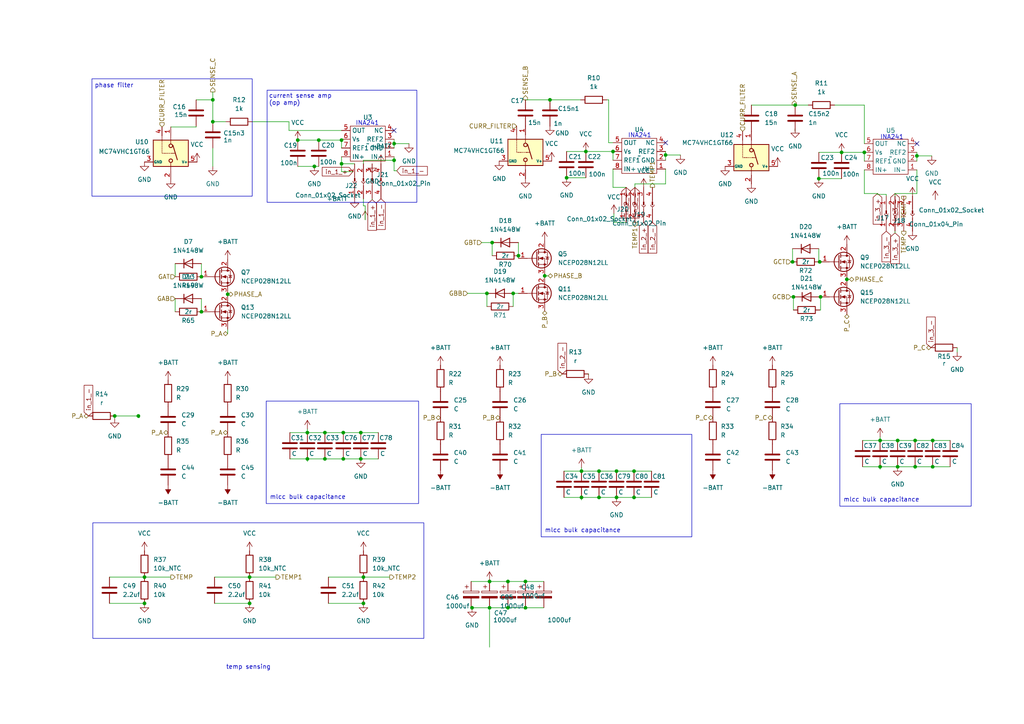
<source format=kicad_sch>
(kicad_sch (version 20231120) (generator "eeschema") (generator_version "8.0")
  (paper "A4")
  (title_block (title "BaguettESC100-100") (date "2024-11-09") (rev "Prot-1"))
  (lib_symbols
    (symbol "Analog_Switch:TS5A3166DCKR" (pin_names (offset 0.127))
      (property "Reference" "U" (at -3.81 6.35 0))
      (property "Value" "TS5A3166DCKR" (at 3.81 -6.35 0))
      (symbol "TS5A3166DCKR_1_1"
        (pin passive line (at -7.62 0 0) (length 2.54) (name "~") (number "1"))
        (pin passive line (at 7.62 0 180) (length 2.54) (name "~") (number "2"))
        (pin power_in line (at 2.54 -7.62 90) (length 2.54) (name "GND") (number "3"))
        (pin input line (at -7.62 -2.54 0) (length 2.54) (name "~") (number "4"))
        (pin power_in line (at 2.54 7.62 270) (length 2.54) (name "V+") (number "5"))
      )
    )
    (symbol "Connector:Conn_01x04_Pin" (pin_names (offset 1.016) hide)
      (property "Reference" "J" (at 0 5.08 0))
      (property "Value" "Conn_01x04_Pin" (at 0 -7.62 0))
      (symbol "Conn_01x04_Pin_1_1"
        (pin passive line (at 5.08 2.54 180) (length 3.81) (name "Pin_1") (number "1"))
        (pin passive line (at 5.08 0 180) (length 3.81) (name "Pin_2") (number "2"))
        (pin passive line (at 5.08 -2.54 180) (length 3.81) (name "Pin_3") (number "3"))
        (pin passive line (at 5.08 -5.08 180) (length 3.81) (name "Pin_4") (number "4"))
      )
    )
    (symbol "Connector:Conn_01x04_Socket" (pin_names (offset 1.016) hide)
      (property "Reference" "J" (at 0 5.08 0))
      (property "Value" "Conn_01x04_Socket" (at 0 -7.62 0))
      (symbol "Conn_01x04_Socket_1_1"
        (pin passive line (at -5.08 2.54 0) (length 3.81) (name "Pin_1") (number "1"))
        (pin passive line (at -5.08 0 0) (length 3.81) (name "Pin_2") (number "2"))
        (pin passive line (at -5.08 -2.54 0) (length 3.81) (name "Pin_3") (number "3"))
        (pin passive line (at -5.08 -5.08 0) (length 3.81) (name "Pin_4") (number "4"))
      )
    )
    (symbol "Device:C" (pin_numbers hide) (pin_names (offset 0.254))
      (property "Reference" "C" (at 0.635 2.54 0))
      (property "Value" "C" (at 0.635 -2.54 0))
      (symbol "C_1_1"
        (pin passive line (at 0 3.81 270) (length 2.794) (name "~") (number "1"))
        (pin passive line (at 0 -3.81 90) (length 2.794) (name "~") (number "2"))
      )
    )
    (symbol "Device:C_Polarized" (pin_numbers hide) (pin_names (offset 0.254))
      (property "Reference" "C" (at 0.635 2.54 0))
      (property "Value" "C_Polarized" (at 0.635 -2.54 0))
      (symbol "C_Polarized_1_1"
        (pin passive line (at 0 3.81 270) (length 2.794) (name "~") (number "1"))
        (pin passive line (at 0 -3.81 90) (length 2.794) (name "~") (number "2"))
      )
    )
    (symbol "Device:R" (pin_numbers hide) (pin_names (offset 0))
      (property "Reference" "R" (at 2.032 0 90))
      (property "Value" "R" (at 0 0 90))
      (symbol "R_1_1"
        (pin passive line (at 0 3.81 270) (length 1.27) (name "~") (number "1"))
        (pin passive line (at 0 -3.81 90) (length 1.27) (name "~") (number "2"))
      )
    )
    (symbol "Diode:1N4148W" (pin_numbers hide) (pin_names hide)
      (property "Reference" "D" (at 0 2.54 0))
      (property "Value" "1N4148W" (at 0 -2.54 0))
      (symbol "1N4148W_1_1"
        (pin passive line (at -3.81 0 0) (length 2.54) (name "K") (number "1"))
        (pin passive line (at 3.81 0 180) (length 2.54) (name "A") (number "2"))
      )
    )
    (symbol "INA241_1"
      (property "Reference" "U" (at 0 -6.35 0))
      (symbol "INA241_1_1_1"
        (pin input line (at -7.62 3.81 0) (length 2.54) (name "IN-") (number "1"))
        (pin input line (at -7.62 1.27 0) (length 2.54) (name "GND") (number "2"))
        (pin input line (at -7.62 -1.27 0) (length 2.54) (name "REF2") (number "3"))
        (pin input line (at -7.62 -3.81 0) (length 2.54) (name "NC") (number "4"))
        (pin input line (at 7.62 -3.81 180) (length 2.54) (name "OUT") (number "5"))
        (pin input line (at 7.62 -1.27 180) (length 2.54) (name "Vs") (number "6"))
        (pin input line (at 7.62 1.27 180) (length 2.54) (name "REF1") (number "7"))
        (pin input line (at 7.62 3.81 180) (length 2.54) (name "IN+") (number "8"))
      )
    )
    (symbol "Transistor_FET:IRF540N" (pin_names hide)
      (property "Reference" "Q" (at 6.35 1.905 0))
      (property "Value" "IRF540N" (at 6.35 0 0))
      (symbol "IRF540N_1_1"
        (pin input line (at -5.08 0 0) (length 2.54) (name "G") (number "1"))
        (pin passive line (at 2.54 5.08 270) (length 2.54) (name "D") (number "2"))
        (pin passive line (at 2.54 -5.08 90) (length 2.54) (name "S") (number "3"))
      )
    )
    (symbol "power:+BATT" (power) (pin_names (offset 0))
      (property "Value" "+BATT" (at 0 3.556 0))
      (symbol "+BATT_1_1"
        (pin power_in line (at 0 0 90) (length 0) hide (name "+BATT") (number "1"))
      )
    )
    (symbol "power:-BATT" (power) (pin_names (offset 0))
      (property "Value" "-BATT" (at 0 3.556 0))
      (symbol "-BATT_1_1"
        (pin power_in line (at 0 0 90) (length 0) hide (name "-BATT") (number "1"))
      )
    )
    (symbol "power:GND" (power) (pin_names (offset 0))
      (property "Value" "GND" (at 0 -3.81 0))
      (symbol "GND_1_1"
        (pin power_in line (at 0 0 270) (length 0) hide (name "GND") (number "1"))
      )
    )
    (symbol "power:VCC" (power) (pin_names (offset 0))
      (property "Value" "VCC" (at 0 3.81 0))
      (symbol "VCC_1_1"
        (pin power_in line (at 0 0 90) (length 0) hide (name "VCC") (number "1"))
      )
    )
  )
  (junction (at 86.36 40.64))
  (junction (at 168.656 144.272))
  (junction (at 58.42 90.424))
  (junction (at 92.456 40.64))
  (junction (at 265.938 45.212))
  (junction (at 265.43 135.382))
  (junction (at 178.816 136.652))
  (junction (at 178.816 144.272))
  (junction (at 270.51 127.762))
  (junction (at 147.32 176.276))
  (junction (at 237.49 51.816))
  (junction (at 270.51 135.382))
  (junction (at 61.722 28.956))
  (junction (at 260.35 127.762))
  (junction (at 41.91 175.006))
  (junction (at 244.094 44.196))
  (junction (at 66.04 85.344))
  (junction (at 152.4 168.656))
  (junction (at 33.274 120.65))
  (junction (at 230.632 30.48))
  (junction (at 193.04 44.958))
  (junction (at 99.06 47.498))
  (junction (at 89.154 125.476))
  (junction (at 164.338 51.562))
  (junction (at 245.618 81.026))
  (junction (at 148.844 85.09))
  (junction (at 114.3 46.482))
  (junction (at 114.3 41.656))
  (junction (at 260.35 135.382))
  (junction (at 173.736 144.272))
  (junction (at 141.986 168.656))
  (junction (at 104.648 133.096))
  (junction (at 237.998 86.106))
  (junction (at 265.43 127.762))
  (junction (at 183.896 136.652))
  (junction (at 229.87 75.946))
  (junction (at 136.906 176.276))
  (junction (at 72.39 167.386))
  (junction (at 183.896 144.272))
  (junction (at 40.132 120.65))
  (junction (at 105.41 175.006))
  (junction (at 94.234 125.476))
  (junction (at 237.744 75.946))
  (junction (at 105.41 167.386))
  (junction (at 173.736 136.652))
  (junction (at 41.91 167.386))
  (junction (at 177.8 43.942))
  (junction (at 250.698 44.196))
  (junction (at 141.224 85.09))
  (junction (at 230.124 86.106))
  (junction (at 142.748 70.358))
  (junction (at 72.39 175.006))
  (junction (at 99.568 133.096))
  (junction (at 99.568 125.476))
  (junction (at 152.4 176.276))
  (junction (at 159.512 28.956))
  (junction (at 157.988 80.01))
  (junction (at 255.27 127.762))
  (junction (at 94.234 133.096))
  (junction (at 169.926 43.942))
  (junction (at 168.656 136.652))
  (junction (at 58.42 80.264))
  (junction (at 89.154 133.096))
  (junction (at 141.986 176.276))
  (junction (at 61.722 35.306))
  (junction (at 147.32 168.656))
  (junction (at 150.368 74.168))
  (junction (at 91.186 48.26))
  (junction (at 99.06 40.64))
  (junction (at 255.27 135.382))
  (junction (at 104.648 125.476))
  (no_connect (at 265.938 41.656))
  (no_connect (at 114.3 37.846))
  (no_connect (at 193.04 41.402))
  (wire (pts (xy 163.576 136.652) (xy 168.656 136.652)))
  (wire (pts (xy 188.976 136.652) (xy 183.896 136.652)))
  (wire (pts (xy 105.918 63.754) (xy 105.918 59.69)))
  (wire (pts (xy 114.3 41.656) (xy 114.3 42.926)))
  (wire (pts (xy 255.27 135.382) (xy 255.27 136.144)))
  (wire (pts (xy 61.722 35.306) (xy 65.532 35.306)))
  (wire (pts (xy 58.42 76.454) (xy 58.42 80.264)))
  (wire (pts (xy 270.51 135.382) (xy 265.43 135.382)))
  (wire (pts (xy 91.186 48.26) (xy 92.456 48.26)))
  (wire (pts (xy 159.004 80.01) (xy 157.988 80.01)))
  (wire (pts (xy 135.636 85.09) (xy 141.224 85.09)))
  (wire (pts (xy 139.7 70.358) (xy 142.748 70.358)))
  (wire (pts (xy 147.32 176.276) (xy 152.4 176.276)))
  (wire (pts (xy 259.588 56.134) (xy 259.588 56.896)))
  (wire (pts (xy 141.986 168.402) (xy 141.986 168.656)))
  (wire (pts (xy 84.074 133.096) (xy 89.154 133.096)))
  (wire (pts (xy 104.648 133.096) (xy 99.568 133.096)))
  (wire (pts (xy 61.722 28.956) (xy 61.722 35.306)))
  (wire (pts (xy 148.844 85.09) (xy 150.368 85.09)))
  (wire (pts (xy 105.41 46.482) (xy 114.3 46.482)))
  (wire (pts (xy 193.04 43.942) (xy 193.04 44.958)))
  (wire (pts (xy 178.816 144.272) (xy 173.736 144.272)))
  (wire (pts (xy 170.18 43.688) (xy 170.18 43.942)))
  (wire (pts (xy 58.42 86.614) (xy 58.42 90.424)))
  (wire (pts (xy 56.896 36.83) (xy 56.896 36.576)))
  (wire (pts (xy 237.998 89.916) (xy 237.744 89.916)))
  (wire (pts (xy 237.49 44.196) (xy 244.094 44.196)))
  (wire (pts (xy 136.906 176.276) (xy 141.986 176.276)))
  (wire (pts (xy 275.59 127.762) (xy 270.51 127.762)))
  (wire (pts (xy 170.18 43.942) (xy 177.8 43.942)))
  (wire (pts (xy 40.386 120.65) (xy 40.132 120.65)))
  (wire (pts (xy 164.338 51.562) (xy 169.926 51.562)))
  (wire (pts (xy 99.06 45.466) (xy 99.06 47.498)))
  (wire (pts (xy 237.49 75.692) (xy 237.49 72.136)))
  (wire (pts (xy 99.06 40.64) (xy 99.06 42.926)))
  (wire (pts (xy 237.744 75.692) (xy 237.49 75.692)))
  (wire (pts (xy 193.04 53.34) (xy 193.04 49.022)))
  (wire (pts (xy 114.3 40.386) (xy 114.3 41.656)))
  (wire (pts (xy 105.918 59.69) (xy 105.41 59.69)))
  (wire (pts (xy 265.938 44.196) (xy 265.938 45.212)))
  (wire (pts (xy 99.06 47.498) (xy 102.87 47.498)))
  (wire (pts (xy 105.41 59.69) (xy 105.41 57.658)))
  (wire (pts (xy 99.06 47.498) (xy 99.06 49.784)))
  (wire (pts (xy 270.51 127.762) (xy 265.43 127.762)))
  (wire (pts (xy 136.652 176.276) (xy 136.906 176.276)))
  (wire (pts (xy 184.15 54.356) (xy 184.15 53.34)))
  (wire (pts (xy 150.368 70.358) (xy 150.368 74.168)))
  (wire (pts (xy 83.82 37.846) (xy 99.06 37.846)))
  (wire (pts (xy 255.27 127.762) (xy 250.19 127.762)))
  (wire (pts (xy 230.124 86.106) (xy 230.124 89.916)))
  (wire (pts (xy 177.8 43.942) (xy 177.8 46.482)))
  (wire (pts (xy 147.32 168.656) (xy 152.4 168.656)))
  (wire (pts (xy 164.338 43.942) (xy 169.926 43.942)))
  (wire (pts (xy 237.998 75.946) (xy 237.744 75.946)))
  (wire (pts (xy 148.844 85.09) (xy 148.844 88.9)))
  (wire (pts (xy 173.736 144.272) (xy 168.656 144.272)))
  (wire (pts (xy 184.15 53.34) (xy 193.04 53.34)))
  (wire (pts (xy 31.75 175.006) (xy 41.91 175.006)))
  (wire (pts (xy 109.728 125.476) (xy 104.648 125.476)))
  (wire (pts (xy 118.618 41.656) (xy 114.3 41.656)))
  (wire (pts (xy 105.41 47.498) (xy 105.41 46.482)))
  (wire (pts (xy 265.43 127.762) (xy 260.35 127.762)))
  (wire (pts (xy 142.748 70.358) (xy 142.748 74.168)))
  (wire (pts (xy 66.294 85.344) (xy 66.04 85.344)))
  (wire (pts (xy 40.132 121.158) (xy 40.132 120.65)))
  (wire (pts (xy 89.154 125.476) (xy 84.074 125.476)))
  (wire (pts (xy 275.59 135.382) (xy 270.51 135.382)))
  (wire (pts (xy 170.688 108.458) (xy 170.688 108.712)))
  (wire (pts (xy 181.61 54.356) (xy 177.8 54.356)))
  (wire (pts (xy 107.95 57.912) (xy 107.95 57.658)))
  (wire (pts (xy 277.622 100.838) (xy 277.622 102.108)))
  (wire (pts (xy 168.656 144.272) (xy 168.656 145.034)))
  (wire (pts (xy 197.358 44.958) (xy 193.04 44.958)))
  (wire (pts (xy 250.698 56.134) (xy 250.698 49.276)))
  (wire (pts (xy 177.8 54.356) (xy 177.8 49.022)))
  (wire (pts (xy 237.998 86.106) (xy 237.998 89.916)))
  (wire (pts (xy 168.656 136.652) (xy 168.656 135.636)))
  (wire (pts (xy 40.386 121.158) (xy 40.386 120.65)))
  (wire (pts (xy 270.256 45.212) (xy 265.938 45.212)))
  (wire (pts (xy 178.054 64.516) (xy 181.61 64.516)))
  (wire (pts (xy 250.19 135.382) (xy 255.27 135.382)))
  (wire (pts (xy 72.39 167.386) (xy 80.01 167.386)))
  (wire (pts (xy 114.3 45.466) (xy 114.3 46.482)))
  (wire (pts (xy 250.698 30.48) (xy 250.698 41.656)))
  (wire (pts (xy 169.926 43.942) (xy 169.926 43.688)))
  (wire (pts (xy 259.588 67.564) (xy 259.588 67.056)))
  (wire (pts (xy 109.728 133.096) (xy 104.648 133.096)))
  (wire (pts (xy 169.926 43.688) (xy 170.18 43.688)))
  (wire (pts (xy 259.588 56.134) (xy 265.938 56.134)))
  (wire (pts (xy 254.508 56.388) (xy 257.048 56.388)))
  (wire (pts (xy 230.632 30.48) (xy 234.442 30.48)))
  (wire (pts (xy 56.896 36.83) (xy 49.53 36.83)))
  (wire (pts (xy 102.362 49.784) (xy 99.06 49.784)))
  (wire (pts (xy 178.054 61.976) (xy 178.054 64.516)))
  (wire (pts (xy 50.8 86.614) (xy 50.8 90.424)))
  (wire (pts (xy 115.062 49.53) (xy 114.3 49.53)))
  (wire (pts (xy 176.53 41.402) (xy 177.8 41.402)))
  (wire (pts (xy 176.53 28.956) (xy 176.022 28.956)))
  (wire (pts (xy 94.234 125.476) (xy 99.568 125.476)))
  (wire (pts (xy 229.87 75.946) (xy 229.362 75.946)))
  (wire (pts (xy 147.32 168.656) (xy 141.986 168.656)))
  (wire (pts (xy 152.4 168.656) (xy 157.734 168.656)))
  (wire (pts (xy 40.386 121.158) (xy 40.132 121.158)))
  (wire (pts (xy 94.234 133.096) (xy 99.568 133.096)))
  (wire (pts (xy 237.744 75.692) (xy 237.744 75.946)))
  (wire (pts (xy 104.648 125.476) (xy 99.568 125.476)))
  (wire (pts (xy 254.508 56.134) (xy 254.508 56.388)))
  (wire (pts (xy 150.368 74.168) (xy 150.368 74.93)))
  (wire (pts (xy 178.816 136.652) (xy 173.736 136.652)))
  (wire (pts (xy 265.43 135.382) (xy 260.35 135.382)))
  (wire (pts (xy 147.32 176.276) (xy 141.986 176.276)))
  (wire (pts (xy 95.25 167.386) (xy 105.41 167.386)))
  (wire (pts (xy 41.91 167.386) (xy 49.53 167.386)))
  (wire (pts (xy 183.896 144.272) (xy 178.816 144.272)))
  (wire (pts (xy 168.656 144.272) (xy 163.576 144.272)))
  (wire (pts (xy 99.06 40.386) (xy 99.06 40.64)))
  (wire (pts (xy 86.36 40.64) (xy 92.456 40.64)))
  (wire (pts (xy 61.722 28.956) (xy 56.896 28.956)))
  (wire (pts (xy 141.986 168.656) (xy 136.652 168.656)))
  (wire (pts (xy 183.896 136.652) (xy 178.816 136.652)))
  (wire (pts (xy 141.986 176.276) (xy 141.986 187.706)))
  (wire (pts (xy 62.23 167.386) (xy 72.39 167.386)))
  (wire (pts (xy 105.41 167.386) (xy 113.03 167.386)))
  (wire (pts (xy 62.23 175.006) (xy 72.39 175.006)))
  (wire (pts (xy 50.8 76.454) (xy 50.8 80.264)))
  (wire (pts (xy 176.53 28.956) (xy 176.53 41.402)))
  (wire (pts (xy 237.49 51.816) (xy 244.094 51.816)))
  (wire (pts (xy 237.744 75.946) (xy 237.49 75.946)))
  (wire (pts (xy 257.048 56.388) (xy 257.048 56.896)))
  (wire (pts (xy 159.512 28.956) (xy 168.402 28.956)))
  (wire (pts (xy 33.274 120.65) (xy 33.274 121.412)))
  (wire (pts (xy 89.154 133.096) (xy 89.154 133.858)))
  (wire (pts (xy 188.976 144.272) (xy 183.896 144.272)))
  (wire (pts (xy 141.224 85.09) (xy 141.224 88.9)))
  (wire (pts (xy 95.25 175.006) (xy 105.41 175.006)))
  (wire (pts (xy 66.04 95.504) (xy 66.04 96.774)))
  (wire (pts (xy 92.456 40.64) (xy 99.06 40.64)))
  (wire (pts (xy 31.75 167.386) (xy 41.91 167.386)))
  (wire (pts (xy 61.722 42.926) (xy 61.722 48.26)))
  (wire (pts (xy 255.27 127.762) (xy 255.27 126.746)))
  (wire (pts (xy 114.3 46.482) (xy 114.3 49.53)))
  (wire (pts (xy 230.124 86.106) (xy 229.362 86.106)))
  (wire (pts (xy 246.38 81.026) (xy 245.618 81.026)))
  (wire (pts (xy 152.4 28.956) (xy 159.512 28.956)))
  (wire (pts (xy 86.36 48.26) (xy 91.186 48.26)))
  (wire (pts (xy 254.508 56.134) (xy 250.698 56.134)))
  (wire (pts (xy 260.35 127.762) (xy 255.27 127.762)))
  (wire (pts (xy 250.698 44.196) (xy 250.698 46.736)))
  (wire (pts (xy 237.998 86.106) (xy 237.744 86.106)))
  (wire (pts (xy 94.234 133.096) (xy 89.154 133.096)))
  (wire (pts (xy 265.938 56.134) (xy 265.938 49.276)))
  (wire (pts (xy 244.094 44.196) (xy 250.698 44.196)))
  (wire (pts (xy 61.722 26.67) (xy 61.722 28.956)))
  (wire (pts (xy 89.154 125.476) (xy 89.154 124.46)))
  (wire (pts (xy 217.932 30.48) (xy 230.632 30.48)))
  (wire (pts (xy 242.062 30.48) (xy 250.698 30.48)))
  (wire (pts (xy 265.938 45.212) (xy 265.938 46.736)))
  (wire (pts (xy 33.274 120.65) (xy 40.132 120.65)))
  (wire (pts (xy 193.04 44.958) (xy 193.04 46.482)))
  (wire (pts (xy 229.87 72.136) (xy 229.87 75.946)))
  (wire (pts (xy 230.632 38.1) (xy 230.632 37.338)))
  (wire (pts (xy 83.82 35.306) (xy 83.82 37.846)))
  (wire (pts (xy 73.152 35.306) (xy 83.82 35.306)))
  (wire (pts (xy 152.4 176.276) (xy 157.734 176.276)))
  (wire (pts (xy 173.736 136.652) (xy 168.656 136.652)))
  (wire (pts (xy 260.35 135.382) (xy 255.27 135.382)))
  (wire (pts (xy 94.234 125.476) (xy 89.154 125.476)))
  (rectangle (start 156.972 125.984) (end 200.66 155.702))
  (rectangle (start 26.924 151.638) (end 122.936 185.166))
  (rectangle (start 77.47 26.162) (end 120.904 58.674))
  (rectangle (start 243.586 117.094) (end 281.686 146.812))
  (rectangle (start 26.67 22.86) (end 73.152 56.896))
  (rectangle (start 77.216 116.332) (end 121.412 146.05))
  (text "temp sensing\n" (at 65.532 194.31 0) (effects (font (size 1.27 1.27)) (justify left bottom)))
  (text "mlcc bulk capacitance" (at 78.232 145.034 0) (effects (font (size 1.27 1.27)) (justify left bottom)))
  (text "INA241" (at 182.118 40.132 0) (effects (font (size 1.27 1.27)) (justify left bottom)))
  (text "current sense amp\n(op amp)\n\n" (at 77.978 32.766 0) (effects (font (size 1.27 1.27)) (justify left bottom)))
  (text "INA241" (at 255.27 40.64 0) (effects (font (size 1.27 1.27)) (justify left bottom)))
  (text "mlcc bulk capacitance" (at 244.602 145.796 0) (effects (font (size 1.27 1.27)) (justify left bottom)))
  (text "INA241" (at 103.124 36.576 0) (effects (font (size 1.27 1.27)) (justify left bottom)))
  (text "mlcc bulk capacitance" (at 157.988 154.686 0) (effects (font (size 1.27 1.27)) (justify left bottom)))
  (text "phase filter\n\n" (at 27.432 27.686 0) (effects (font (size 1.27 1.27)) (justify left bottom)))
  (global_label "in_2_-" (shape input) (at 163.068 108.458 90) (property "Intersheetrefs" "${INTERSHEET_REFS}" (effects (hide yes))))
  (global_label "in_1_-" (shape input) (at 25.654 120.65 90) (property "Intersheetrefs" "${INTERSHEET_REFS}" (effects (hide yes))))
  (global_label "in_2_+" (shape input) (at 186.69 64.516 270) (property "Intersheetrefs" "${INTERSHEET_REFS}" (effects (hide yes))))
  (global_label "in_1_+" (shape input) (at 107.95 57.912 270) (property "Intersheetrefs" "${INTERSHEET_REFS}" (effects (hide yes))))
  (global_label "in_1_-" (shape input) (at 110.49 57.658 270) (property "Intersheetrefs" "${INTERSHEET_REFS}" (effects (hide yes))))
  (global_label "in_1_-" (shape input) (at 115.062 49.53 0) (property "Intersheetrefs" "${INTERSHEET_REFS}" (effects (hide yes))))
  (global_label "in_2_+" (shape input) (at 181.61 54.356 270) (property "Intersheetrefs" "${INTERSHEET_REFS}" (effects (hide yes))))
  (global_label "in_2_-" (shape input) (at 189.23 64.516 270) (property "Intersheetrefs" "${INTERSHEET_REFS}" (effects (hide yes))))
  (global_label "in_3_-" (shape input) (at 259.588 56.134 270) (property "Intersheetrefs" "${INTERSHEET_REFS}" (effects (hide yes))))
  (global_label "in_3_-" (shape input) (at 257.048 67.056 270) (property "Intersheetrefs" "${INTERSHEET_REFS}" (effects (hide yes))))
  (global_label "in_2_-" (shape input) (at 184.15 54.356 270) (property "Intersheetrefs" "${INTERSHEET_REFS}" (effects (hide yes))))
  (global_label "in_3_+" (shape input) (at 259.588 67.564 270) (property "Intersheetrefs" "${INTERSHEET_REFS}" (effects (hide yes))))
  (global_label "in_1_+" (shape input) (at 102.362 49.784 180) (property "Intersheetrefs" "${INTERSHEET_REFS}" (effects (hide yes))))
  (global_label "in_3_-" (shape input) (at 270.002 100.838 90) (property "Intersheetrefs" "${INTERSHEET_REFS}" (effects (hide yes))))
  (global_label "in_3_+" (shape input) (at 254.508 56.134 270) (property "Intersheetrefs" "${INTERSHEET_REFS}" (effects (hide yes))))
  (hierarchical_label "P_B" (shape bidirectional) (at 157.988 90.17 270))
  (hierarchical_label "GAB" (shape input) (at 50.8 86.614 180))
  (hierarchical_label "PHASE_A" (shape bidirectional) (at 66.294 85.344 0))
  (hierarchical_label "CURR_FILTER" (shape input) (at 46.99 36.83 90))
  (hierarchical_label "TEMP2" (shape output) (at 113.03 167.386 0))
  (hierarchical_label "TEMP1" (shape output) (at 184.15 64.516 270))
  (hierarchical_label "P_A" (shape bidirectional) (at 66.04 125.476 180))
  (hierarchical_label "P_C" (shape bidirectional) (at 245.618 91.186 270))
  (hierarchical_label "CURR_FILTER" (shape input) (at 215.392 38.1 90))
  (hierarchical_label "TEMP1" (shape output) (at 80.01 167.386 0))
  (hierarchical_label "TEMP" (shape output) (at 49.53 167.386 0))
  (hierarchical_label "PHASE_B" (shape bidirectional) (at 159.004 80.01 0))
  (hierarchical_label "CURR_FILTER" (shape input) (at 149.86 36.576 180))
  (hierarchical_label "TEMP" (shape output) (at 262.128 67.056 270))
  (hierarchical_label "TEMP1" (shape output) (at 189.23 54.356 90))
  (hierarchical_label "P_A" (shape bidirectional) (at 48.768 125.476 180))
  (hierarchical_label "GBB" (shape input) (at 135.636 85.09 180))
  (hierarchical_label "P_C" (shape bidirectional) (at 206.756 121.158 180))
  (hierarchical_label "P_C" (shape bidirectional) (at 224.028 121.158 180))
  (hierarchical_label "TEMP" (shape output) (at 262.128 56.896 270))
  (hierarchical_label "SENSE_A" (shape output) (at 230.378 30.48 90))
  (hierarchical_label "P_B" (shape bidirectional) (at 127.762 121.158 180))
  (hierarchical_label "PHASE_C" (shape bidirectional) (at 246.38 81.026 0))
  (hierarchical_label "GAT" (shape input) (at 50.8 80.264 180))
  (hierarchical_label "SENSE_C" (shape output) (at 61.722 26.67 90))
  (hierarchical_label "GCT" (shape input) (at 229.362 75.946 180))
  (hierarchical_label "P_B" (shape bidirectional) (at 163.068 108.458 180))
  (hierarchical_label "GBT" (shape input) (at 139.7 70.358 180))
  (hierarchical_label "GCB" (shape input) (at 229.362 86.106 180))
  (hierarchical_label "SENSE_B" (shape output) (at 152.4 28.956 90))
  (hierarchical_label "P_C" (shape bidirectional) (at 270.002 100.838 180))
  (hierarchical_label "P_A" (shape bidirectional) (at 25.654 120.65 180))
  (hierarchical_label "P_B" (shape bidirectional) (at 145.034 121.158 180))
  (hierarchical_label "P_A" (shape bidirectional) (at 66.04 96.774 180))
  (symbol (lib_id "Device:R") (at 127.762 124.968 0) (unit 1)
    (property "Reference" "R31" (at 130.048 123.698 0) (effects (justify left)))
    (property "Value" "R" (at 130.048 126.238 0) (effects (justify left)))
    (property "Footprint" "Resistor_SMD:R_0603_1608Metric" (effects (hide yes)))
  )
  (symbol (lib_id "Device:R") (at 273.812 100.838 90) (unit 1)
    (property "Reference" "R15" (at 273.812 103.378 90))
    (property "Value" "r" (at 273.812 105.41 90))
    (property "Footprint" "toooool:5930-res" (effects (hide yes)))
  )
  (symbol (lib_name "INA241_1") (lib_id "Amplifier_Current:INA241") (at 258.318 45.466 180) (unit 1)
    (property "Reference" "U5" (at 258.318 37.846 0))
    (property "Value" "~" (at 258.318 45.466 0))
    (property "Footprint" "Package_TO_SOT_SMD:SOT-23-8" (effects (hide yes)))
  )
  (symbol (lib_id "power:+BATT") (at 255.27 126.746 0) (unit 1)
    (property "Reference" "#PWR085" (effects (hide yes)))
    (property "Value" "+BATT" (at 255.27 121.666 0))
  )
  (symbol (lib_id "power:GND") (at 159.512 36.576 0) (unit 1)
    (property "Reference" "#PWR055" (effects (hide yes)))
    (property "Value" "GND" (at 163.068 38.608 0))
  )
  (symbol (lib_id "Device:R") (at 72.39 163.576 0) (unit 1)
    (property "Reference" "R38" (at 74.93 162.306 0) (effects (justify left)))
    (property "Value" "10k_NTC" (at 74.93 164.846 0) (effects (justify left)))
    (property "Footprint" "Resistor_SMD:R_0603_1608Metric_Pad0.98x0.95mm_HandSolder" (effects (hide yes)))
  )
  (symbol (lib_id "Transistor_FET:IRF540N") (at 155.448 74.93 0) (unit 1)
    (property "Reference" "Q5" (at 161.798 73.66 0) (effects (justify left)))
    (property "Value" "NCEP028N12LL" (at 161.798 76.2 0) (effects (justify left)))
    (property "Footprint" "toooool:Infineon_PG-HSOF-8-1" (effects (hide yes)))
    (property "Datasheet" "http://www.irf.com/product-info/datasheets/data/irf540n.pdf" (effects (hide yes)))
  )
  (symbol (lib_id "Device:R") (at 48.768 129.286 0) (unit 1)
    (property "Reference" "R35" (at 51.054 128.016 0) (effects (justify left)))
    (property "Value" "R" (at 51.054 130.556 0) (effects (justify left)))
    (property "Footprint" "Resistor_SMD:R_0603_1608Metric" (effects (hide yes)))
  )
  (symbol (lib_id "Device:C_Polarized") (at 147.32 172.466 0) (unit 1)
    (property "Reference" "C48" (at 151.13 170.307 0) (effects (justify left)))
    (property "Value" "1000uf" (at 151.13 172.847 0) (effects (justify left)))
    (property "Footprint" "Capacitor_THT:CP_Radial_D25.0mm_P10.00mm_SnapIn" (effects (hide yes)))
  )
  (symbol (lib_id "Device:C") (at 127.762 132.588 0) (unit 1)
    (property "Reference" "C40" (at 131.572 131.318 0) (effects (justify left)))
    (property "Value" "C" (at 131.572 133.858 0) (effects (justify left)))
    (property "Footprint" "Capacitor_SMD:C_0603_1608Metric" (effects (hide yes)))
  )
  (symbol (lib_id "Device:C") (at 62.23 171.196 0) (unit 1)
    (property "Reference" "C50" (at 66.04 169.926 0) (effects (justify left)))
    (property "Value" "2.2uf" (at 66.04 172.466 0) (effects (justify left)))
    (property "Footprint" "Capacitor_SMD:C_0603_1608Metric" (effects (hide yes)))
  )
  (symbol (lib_id "Diode:1N4148W") (at 145.034 85.09 0) (unit 1)
    (property "Reference" "D19" (at 145.034 78.74 0))
    (property "Value" "1N4148W" (at 145.034 81.28 0))
    (property "Footprint" "Diode_SMD:D_SOD-123" (effects (hide yes)))
    (property "Datasheet" "https://www.vishay.com/docs/85748/1n4148w.pdf" (effects (hide yes)))
    (property "Sim.Device" "D" (effects (hide yes)))
    (property "Sim.Pins" "1=K 2=A" (effects (hide yes)))
  )
  (symbol (lib_id "power:GND") (at 41.91 46.99 0) (unit 1)
    (property "Reference" "#PWR0151" (effects (hide yes)))
    (property "Value" "GND" (at 41.91 52.07 0))
  )
  (symbol (lib_id "Device:R") (at 233.934 89.916 90) (unit 1)
    (property "Reference" "R73" (at 233.934 92.456 90))
    (property "Value" "2r" (at 233.934 89.916 90))
    (property "Footprint" "Resistor_SMD:R_0603_1608Metric" (effects (hide yes)))
  )
  (symbol (lib_id "Device:C") (at 169.926 47.752 180) (unit 1)
    (property "Reference" "C22" (at 170.434 45.466 0) (effects (justify right)))
    (property "Value" "100n" (at 170.688 50.546 0) (effects (justify right)))
    (property "Footprint" "Capacitor_SMD:C_0402_1005Metric" (effects (hide yes)))
  )
  (symbol (lib_id "Device:C") (at 188.976 140.462 0) (unit 1)
    (property "Reference" "C81" (at 189.23 138.176 0) (effects (justify left)))
    (property "Value" "C" (at 189.484 142.748 0) (effects (justify left)))
    (property "Footprint" "Capacitor_SMD:C_1206_3216Metric_Pad1.33x1.80mm_HandSolder" (effects (hide yes)))
  )
  (symbol (lib_id "Device:C") (at 250.19 131.572 0) (unit 1)
    (property "Reference" "C37" (at 250.444 129.286 0) (effects (justify left)))
    (property "Value" "C" (at 250.698 133.858 0) (effects (justify left)))
    (property "Footprint" "Capacitor_SMD:C_1206_3216Metric_Pad1.33x1.80mm_HandSolder" (effects (hide yes)))
  )
  (symbol (lib_id "power:-BATT") (at 224.028 136.398 180) (unit 1)
    (property "Reference" "#PWR092" (effects (hide yes)))
    (property "Value" "-BATT" (at 224.028 141.478 0))
  )
  (symbol (lib_id "power:GND") (at 260.35 135.382 0) (unit 1)
    (property "Reference" "#PWR0168" (effects (hide yes)))
    (property "Value" "GND" (at 260.35 140.462 0))
  )
  (symbol (lib_id "Device:C") (at 61.722 39.116 0) (unit 1)
    (property "Reference" "C15n3" (at 64.77 38.608 0) (effects (justify left)))
    (property "Value" "1n" (at 64.77 40.64 0) (effects (justify left)))
    (property "Footprint" "Capacitor_SMD:C_0603_1608Metric" (effects (hide yes)))
  )
  (symbol (lib_id "Device:C") (at 224.028 132.588 0) (unit 1)
    (property "Reference" "C43" (at 227.838 131.318 0) (effects (justify left)))
    (property "Value" "C" (at 227.838 133.858 0) (effects (justify left)))
    (property "Footprint" "Capacitor_SMD:C_0603_1608Metric" (effects (hide yes)))
  )
  (symbol (lib_id "power:GND") (at 49.53 52.07 0) (unit 1)
    (property "Reference" "#PWR0100" (effects (hide yes)))
    (property "Value" "GND" (at 49.53 57.15 0))
  )
  (symbol (lib_id "Device:C") (at 173.736 140.462 0) (unit 1)
    (property "Reference" "C36" (at 173.99 138.176 0) (effects (justify left)))
    (property "Value" "C" (at 174.244 142.748 0) (effects (justify left)))
    (property "Footprint" "Capacitor_SMD:C_1206_3216Metric_Pad1.33x1.80mm_HandSolder" (effects (hide yes)))
  )
  (symbol (lib_id "Device:C") (at 178.816 140.462 0) (unit 1)
    (property "Reference" "C79" (at 179.07 138.176 0) (effects (justify left)))
    (property "Value" "C" (at 179.324 142.748 0) (effects (justify left)))
    (property "Footprint" "Capacitor_SMD:C_1206_3216Metric_Pad1.33x1.80mm_HandSolder" (effects (hide yes)))
  )
  (symbol (lib_id "power:VCC") (at 225.552 48.26 0) (unit 1)
    (property "Reference" "#PWR0157" (effects (hide yes)))
    (property "Value" "VCC" (at 225.552 43.18 0))
  )
  (symbol (lib_id "power:VCC") (at 264.668 56.896 0) (unit 1)
    (property "Reference" "#PWR073" (effects (hide yes)))
    (property "Value" "VCC" (at 264.668 51.816 0))
  )
  (symbol (lib_id "power:+BATT") (at 141.986 168.402 0) (unit 1)
    (property "Reference" "#PWR095" (effects (hide yes)))
    (property "Value" "+BATT" (at 141.986 163.322 0))
  )
  (symbol (lib_id "power:VCC") (at 186.69 54.356 0) (unit 1)
    (property "Reference" "#PWR072" (effects (hide yes)))
    (property "Value" "VCC" (at 186.69 49.53 0))
  )
  (symbol (lib_id "Device:R") (at 105.41 163.576 0) (unit 1)
    (property "Reference" "R39" (at 107.95 162.306 0) (effects (justify left)))
    (property "Value" "10k_NTC" (at 107.95 164.846 0) (effects (justify left)))
    (property "Footprint" "Resistor_SMD:R_0603_1608Metric_Pad0.98x0.95mm_HandSolder" (effects (hide yes)))
  )
  (symbol (lib_id "Diode:1N4148W") (at 233.934 86.106 0) (unit 1)
    (property "Reference" "D21" (at 233.934 80.772 0))
    (property "Value" "1N4148W" (at 233.934 83.312 0))
    (property "Footprint" "Diode_SMD:D_SOD-123" (effects (hide yes)))
    (property "Datasheet" "https://www.vishay.com/docs/85748/1n4148w.pdf" (effects (hide yes)))
    (property "Sim.Device" "D" (effects (hide yes)))
    (property "Sim.Pins" "1=K 2=A" (effects (hide yes)))
  )
  (symbol (lib_id "Device:C") (at 244.094 48.006 180) (unit 1)
    (property "Reference" "C24" (at 244.856 45.72 0) (effects (justify right)))
    (property "Value" "100n" (at 244.348 50.546 0) (effects (justify right)))
    (property "Footprint" "Capacitor_SMD:C_0402_1005Metric" (effects (hide yes)))
  )
  (symbol (lib_id "Device:C_Polarized") (at 157.734 172.466 0) (unit 1)
    (property "Reference" "C86" (effects (hide yes)))
    (property "Value" "1000uf" (at 158.75 179.832 0) (effects (justify left)))
    (property "Footprint" "Capacitor_THT:CP_Radial_D25.0mm_P10.00mm_SnapIn" (effects (hide yes)))
  )
  (symbol (lib_id "Connector:Conn_01x04_Pin") (at 184.15 59.436 90) (unit 1)
    (property "Reference" "J19" (at 185.42 62.23 90))
    (property "Value" "Conn_01x02_Pin" (at 185.42 64.77 90))
    (property "Footprint" "Connector_PinSocket_2.00mm:PinSocket_2x02_P2.00mm_Vertical_SMD" (effects (hide yes)))
    (property "Description" "Generic connector, single row, 01x04, script generated" (effects (hide yes)))
  )
  (symbol (lib_id "power:GND") (at 270.256 45.212 0) (unit 1)
    (property "Reference" "#PWR054" (effects (hide yes)))
    (property "Value" "GND" (at 270.256 50.292 0))
  )
  (symbol (lib_id "Analog_Switch:TS5A3166DCKR") (at 49.53 44.45 270) (unit 1)
    (property "Reference" "U10" (at 41.148 41.148 90))
    (property "Value" "MC74VHC1GT66" (at 36.068 43.942 90))
    (property "Footprint" "Package_TO_SOT_SMD:SOT-353_SC-70-5" (effects (hide yes)))
    (property "Datasheet" " http://www.ti.com/lit/ds/symlink/ts5a3166.pdf" (effects (hide yes)))
    (property "Description" "Single SPST Analog Switch, 5-V/3.3-V, normally OFF, 0.9Ohm Ron, SC-70" (effects (hide yes)))
  )
  (symbol (lib_id "Device:C") (at 48.768 121.666 0) (unit 1)
    (property "Reference" "C29" (at 52.578 120.396 0) (effects (justify left)))
    (property "Value" "C" (at 52.578 122.936 0) (effects (justify left)))
    (property "Footprint" "Capacitor_SMD:C_0603_1608Metric" (effects (hide yes)))
  )
  (symbol (lib_id "power:+BATT") (at 66.04 75.184 0) (unit 1)
    (property "Reference" "#PWR070" (effects (hide yes)))
    (property "Value" "+BATT" (at 66.04 70.104 0))
  )
  (symbol (lib_id "power:GND") (at 277.622 102.108 0) (unit 1)
    (property "Reference" "#PWR0169" (effects (hide yes)))
    (property "Value" "GND" (at 277.622 107.188 0))
  )
  (symbol (lib_id "Device:C_Polarized") (at 136.652 172.466 0) (unit 1)
    (property "Reference" "C46" (at 129.286 173.228 0) (effects (justify left)))
    (property "Value" "1000uf" (at 129.286 175.768 0) (effects (justify left)))
    (property "Footprint" "Capacitor_THT:CP_Radial_D25.0mm_P10.00mm_SnapIn" (effects (hide yes)))
  )
  (symbol (lib_id "Device:C") (at 159.512 32.766 0) (unit 1)
    (property "Reference" "C15n1" (at 161.798 31.496 0) (effects (justify left)))
    (property "Value" "1n" (at 160.528 35.814 0) (effects (justify left)))
    (property "Footprint" "Capacitor_SMD:C_0603_1608Metric" (effects (hide yes)))
  )
  (symbol (lib_id "Device:C") (at 94.234 129.286 0) (unit 1)
    (property "Reference" "C33" (at 94.488 127 0) (effects (justify left)))
    (property "Value" "C" (at 94.742 131.572 0) (effects (justify left)))
    (property "Footprint" "Capacitor_SMD:C_1206_3216Metric_Pad1.33x1.80mm_HandSolder" (effects (hide yes)))
  )
  (symbol (lib_id "power:GND") (at 61.722 48.26 0) (unit 1)
    (property "Reference" "#PWR056" (effects (hide yes)))
    (property "Value" "GND" (at 61.722 53.34 0))
  )
  (symbol (lib_id "power:GND") (at 41.91 175.006 0) (unit 1)
    (property "Reference" "#PWR0101" (effects (hide yes)))
    (property "Value" "GND" (at 41.91 180.086 0))
  )
  (symbol (lib_id "power:GND") (at 178.816 144.272 0) (unit 1)
    (property "Reference" "#PWR0167" (effects (hide yes)))
    (property "Value" "GND" (at 178.816 149.352 0))
  )
  (symbol (lib_id "Device:C") (at 145.034 117.348 0) (unit 1)
    (property "Reference" "C26" (at 148.844 116.078 0) (effects (justify left)))
    (property "Value" "C" (at 148.844 118.618 0) (effects (justify left)))
    (property "Footprint" "Capacitor_SMD:C_0603_1608Metric" (effects (hide yes)))
  )
  (symbol (lib_id "Device:C") (at 237.49 48.006 180) (unit 1)
    (property "Reference" "C23" (at 237.998 45.72 0) (effects (justify right)))
    (property "Value" "100n" (at 238.506 50.292 0) (effects (justify right)))
    (property "Footprint" "Capacitor_SMD:C_0402_1005Metric" (effects (hide yes)))
  )
  (symbol (lib_id "Device:C") (at 255.27 131.572 0) (unit 1)
    (property "Reference" "C38" (at 255.524 129.286 0) (effects (justify left)))
    (property "Value" "C" (at 255.778 133.858 0) (effects (justify left)))
    (property "Footprint" "Capacitor_SMD:C_1206_3216Metric_Pad1.33x1.80mm_HandSolder" (effects (hide yes)))
  )
  (symbol (lib_id "Device:C") (at 95.25 171.196 0) (unit 1)
    (property "Reference" "C51" (at 99.06 169.926 0) (effects (justify left)))
    (property "Value" "2.2uf" (at 99.06 172.466 0) (effects (justify left)))
    (property "Footprint" "Capacitor_SMD:C_0603_1608Metric" (effects (hide yes)))
  )
  (symbol (lib_id "Device:R") (at 127.762 109.728 0) (unit 1)
    (property "Reference" "R22" (at 130.048 108.458 0) (effects (justify left)))
    (property "Value" "R" (at 130.048 110.998 0) (effects (justify left)))
    (property "Footprint" "Resistor_SMD:R_0603_1608Metric" (effects (hide yes)))
  )
  (symbol (lib_id "Device:R") (at 145.034 88.9 90) (unit 1)
    (property "Reference" "R71" (at 145.034 91.44 90))
    (property "Value" "2r" (at 145.034 88.9 90))
    (property "Footprint" "Resistor_SMD:R_0603_1608Metric" (effects (hide yes)))
  )
  (symbol (lib_id "Device:C") (at 224.028 117.348 0) (unit 1)
    (property "Reference" "C28" (at 227.838 116.078 0) (effects (justify left)))
    (property "Value" "C" (at 227.838 118.618 0) (effects (justify left)))
    (property "Footprint" "Capacitor_SMD:C_0603_1608Metric" (effects (hide yes)))
  )
  (symbol (lib_id "Device:C") (at 230.632 34.29 0) (unit 1)
    (property "Reference" "C15n2" (at 234.442 33.02 0) (effects (justify left)))
    (property "Value" "1n" (at 234.442 35.56 0) (effects (justify left)))
    (property "Footprint" "Capacitor_SMD:C_0603_1608Metric" (effects (hide yes)))
  )
  (symbol (lib_id "Device:C") (at 265.43 131.572 0) (unit 1)
    (property "Reference" "C82" (at 265.684 129.286 0) (effects (justify left)))
    (property "Value" "C" (at 265.938 133.858 0) (effects (justify left)))
    (property "Footprint" "Capacitor_SMD:C_1206_3216Metric_Pad1.33x1.80mm_HandSolder" (effects (hide yes)))
  )
  (symbol (lib_id "Device:C") (at 260.35 131.572 0) (unit 1)
    (property "Reference" "C39" (at 260.604 129.286 0) (effects (justify left)))
    (property "Value" "C" (at 260.858 133.858 0) (effects (justify left)))
    (property "Footprint" "Capacitor_SMD:C_1206_3216Metric_Pad1.33x1.80mm_HandSolder" (effects (hide yes)))
  )
  (symbol (lib_id "power:GND") (at 118.618 41.656 0) (unit 1)
    (property "Reference" "#PWR050" (effects (hide yes)))
    (property "Value" "GND" (at 118.618 46.736 0))
  )
  (symbol (lib_id "Device:R") (at 238.252 30.48 270) (unit 1)
    (property "Reference" "R11" (at 238.252 24.13 90))
    (property "Value" "1k" (at 238.252 26.67 90))
    (property "Footprint" "Resistor_SMD:R_0603_1608Metric" (effects (hide yes)))
  )
  (symbol (lib_id "Device:C") (at 206.756 117.348 0) (unit 1)
    (property "Reference" "C27" (at 210.566 116.078 0) (effects (justify left)))
    (property "Value" "C" (at 210.566 118.618 0) (effects (justify left)))
    (property "Footprint" "Capacitor_SMD:C_0603_1608Metric" (effects (hide yes)))
  )
  (symbol (lib_id "Device:R") (at 66.04 129.286 0) (unit 1)
    (property "Reference" "R36" (at 68.326 128.016 0) (effects (justify left)))
    (property "Value" "R" (at 68.326 130.556 0) (effects (justify left)))
    (property "Footprint" "Resistor_SMD:R_0603_1608Metric" (effects (hide yes)))
  )
  (symbol (lib_id "Device:C") (at 163.576 140.462 0) (unit 1)
    (property "Reference" "C34" (at 163.83 138.176 0) (effects (justify left)))
    (property "Value" "C" (at 164.084 142.748 0) (effects (justify left)))
    (property "Footprint" "Capacitor_SMD:C_1206_3216Metric_Pad1.33x1.80mm_HandSolder" (effects (hide yes)))
  )
  (symbol (lib_id "Connector:Conn_01x04_Socket") (at 184.15 59.436 90) (unit 1)
    (property "Reference" "J20" (at 178.816 60.706 90) (effects (justify right)))
    (property "Value" "Conn_01x02_Socket" (at 164.338 63.5 90) (effects (justify right)))
    (property "Footprint" "Connector_PinSocket_2.00mm:PinSocket_2x02_P2.00mm_Vertical_SMD" (effects (hide yes)))
    (property "Description" "Generic connector, single row, 01x04, script generated" (effects (hide yes)))
  )
  (symbol (lib_id "Device:C") (at 66.04 136.906 0) (unit 1)
    (property "Reference" "C45" (at 69.85 135.636 0) (effects (justify left)))
    (property "Value" "C" (at 69.85 138.176 0) (effects (justify left)))
    (property "Footprint" "Capacitor_SMD:C_0603_1608Metric" (effects (hide yes)))
  )
  (symbol (lib_id "Device:R") (at 69.342 35.306 270) (unit 1)
    (property "Reference" "R12" (at 69.342 28.956 90))
    (property "Value" "1k" (at 69.342 31.496 90))
    (property "Footprint" "Resistor_SMD:R_0603_1608Metric" (effects (hide yes)))
  )
  (symbol (lib_id "Device:R") (at 206.756 124.968 0) (unit 1)
    (property "Reference" "R33" (at 209.042 123.698 0) (effects (justify left)))
    (property "Value" "R" (at 209.042 126.238 0) (effects (justify left)))
    (property "Footprint" "Resistor_SMD:R_0603_1608Metric" (effects (hide yes)))
  )
  (symbol (lib_id "power:GND") (at 264.668 67.056 0) (unit 1)
    (property "Reference" "#PWR063" (effects (hide yes)))
    (property "Value" "GND" (at 264.668 72.136 0))
  )
  (symbol (lib_id "Diode:1N4148W") (at 54.61 86.614 0) (unit 1)
    (property "Reference" "D13" (at 54.61 80.264 0))
    (property "Value" "1N4148W" (at 54.61 82.804 0))
    (property "Footprint" "Diode_SMD:D_SOD-123" (effects (hide yes)))
    (property "Datasheet" "https://www.vishay.com/docs/85748/1n4148w.pdf" (effects (hide yes)))
    (property "Sim.Device" "D" (effects (hide yes)))
    (property "Sim.Pins" "1=K 2=A" (effects (hide yes)))
  )
  (symbol (lib_id "power:+BATT") (at 224.028 105.918 0) (unit 1)
    (property "Reference" "#PWR080" (effects (hide yes)))
    (property "Value" "+BATT" (at 224.028 100.838 0))
  )
  (symbol (lib_id "Device:R") (at 54.61 90.424 90) (unit 1)
    (property "Reference" "R65" (at 54.61 92.964 90))
    (property "Value" "2r" (at 54.61 90.424 90))
    (property "Footprint" "Resistor_SMD:R_0603_1608Metric" (effects (hide yes)))
  )
  (symbol (lib_id "Connector:Conn_01x04_Pin") (at 105.41 52.578 90) (unit 1)
    (property "Reference" "J21" (at 109.22 50.673 90) (effects (justify right)))
    (property "Value" "Conn_01x02_Pin" (at 109.22 53.213 90) (effects (justify right)))
    (property "Footprint" "Connector_PinSocket_2.00mm:PinSocket_2x02_P2.00mm_Vertical_SMD" (effects (hide yes)))
  )
  (symbol (lib_id "Device:R") (at 41.91 163.576 0) (unit 1)
    (property "Reference" "R37" (at 44.45 162.306 0) (effects (justify left)))
    (property "Value" "10k_NTC" (at 44.45 164.846 0) (effects (justify left)))
    (property "Footprint" "Resistor_SMD:R_0603_1608Metric_Pad0.98x0.95mm_HandSolder" (effects (hide yes)))
  )
  (symbol (lib_id "Device:C") (at 206.756 132.588 0) (unit 1)
    (property "Reference" "C42" (at 210.566 131.318 0) (effects (justify left)))
    (property "Value" "C" (at 210.566 133.858 0) (effects (justify left)))
    (property "Footprint" "Capacitor_SMD:C_0603_1608Metric" (effects (hide yes)))
  )
  (symbol (lib_id "power:VCC") (at 244.094 44.196 0) (unit 1)
    (property "Reference" "#PWR052" (effects (hide yes)))
    (property "Value" "VCC" (at 244.094 39.116 0))
  )
  (symbol (lib_id "Connector:Conn_01x04_Socket") (at 259.588 61.976 90) (unit 1)
    (property "Reference" "J17" (at 254.254 63.246 90) (effects (justify right)))
    (property "Value" "Conn_01x02_Socket" (at 266.446 60.96 90) (effects (justify right)))
    (property "Footprint" "Connector_PinSocket_2.00mm:PinSocket_2x02_P2.00mm_Vertical_SMD" (effects (hide yes)))
    (property "Description" "Generic connector, single row, 01x04, script generated" (effects (hide yes)))
  )
  (symbol (lib_id "Device:R") (at 224.028 124.968 0) (unit 1)
    (property "Reference" "R34" (at 226.314 123.698 0) (effects (justify left)))
    (property "Value" "R" (at 226.314 126.238 0) (effects (justify left)))
    (property "Footprint" "Resistor_SMD:R_0603_1608Metric" (effects (hide yes)))
  )
  (symbol (lib_id "Transistor_FET:IRF540N") (at 155.448 85.09 0) (unit 1)
    (property "Reference" "Q11" (at 161.798 83.82 0) (effects (justify left)))
    (property "Value" "NCEP028N12LL" (at 161.798 86.36 0) (effects (justify left)))
    (property "Footprint" "toooool:Infineon_PG-HSOF-8-1" (effects (hide yes)))
    (property "Datasheet" "http://www.irf.com/product-info/datasheets/data/irf540n.pdf" (effects (hide yes)))
  )
  (symbol (lib_id "Device:C") (at 66.04 121.666 0) (unit 1)
    (property "Reference" "C30" (at 69.85 120.396 0) (effects (justify left)))
    (property "Value" "C" (at 69.85 122.936 0) (effects (justify left)))
    (property "Footprint" "Capacitor_SMD:C_0603_1608Metric" (effects (hide yes)))
  )
  (symbol (lib_id "power:GND") (at 104.648 133.096 0) (unit 1)
    (property "Reference" "#PWR075" (effects (hide yes)))
    (property "Value" "GND" (at 104.648 138.176 0))
  )
  (symbol (lib_id "power:-BATT") (at 206.756 136.398 180) (unit 1)
    (property "Reference" "#PWR091" (effects (hide yes)))
    (property "Value" "-BATT" (at 206.756 141.478 0))
  )
  (symbol (lib_id "power:VCC") (at 105.41 159.766 0) (unit 1)
    (property "Reference" "#PWR098" (effects (hide yes)))
    (property "Value" "VCC" (at 105.41 154.686 0))
  )
  (symbol (lib_id "power:VCC") (at 271.272 57.912 0) (unit 1)
    (property "Reference" "#PWR065" (effects (hide yes)))
    (property "Value" "VCC" (at 271.272 52.832 0))
  )
  (symbol (lib_id "power:+BATT") (at 157.988 69.85 0) (unit 1)
    (property "Reference" "#PWR066" (effects (hide yes)))
    (property "Value" "+BATT" (at 157.988 64.77 0))
  )
  (symbol (lib_id "power:+BATT") (at 105.918 63.754 0) (unit 1)
    (property "Reference" "#PWR064" (effects (hide yes)))
    (property "Value" "+BATT" (at 97.79 57.658 0))
  )
  (symbol (lib_id "Transistor_FET:IRF540N") (at 63.5 90.424 0) (unit 1)
    (property "Reference" "Q13" (at 69.85 89.154 0) (effects (justify left)))
    (property "Value" "NCEP028N12LL" (at 69.85 91.694 0) (effects (justify left)))
    (property "Footprint" "toooool:Infineon_PG-HSOF-8-1" (effects (hide yes)))
    (property "Datasheet" "http://www.irf.com/product-info/datasheets/data/irf540n.pdf" (effects (hide yes)))
  )
  (symbol (lib_id "Device:R") (at 146.558 74.168 90) (unit 1)
    (property "Reference" "R70" (at 146.558 76.708 90))
    (property "Value" "2r" (at 146.558 74.168 90))
    (property "Footprint" "Resistor_SMD:R_0603_1608Metric" (effects (hide yes)))
  )
  (symbol (lib_id "power:GND") (at 197.358 44.958 0) (unit 1)
    (property "Reference" "#PWR053" (effects (hide yes)))
    (property "Value" "GND" (at 197.358 50.038 0))
  )
  (symbol (lib_id "power:GND") (at 72.39 175.006 0) (unit 1)
    (property "Reference" "#PWR0102" (effects (hide yes)))
    (property "Value" "GND" (at 72.39 180.086 0))
  )
  (symbol (lib_id "Device:R") (at 172.212 28.956 270) (unit 1)
    (property "Reference" "R10" (at 172.212 22.606 90))
    (property "Value" "1k" (at 172.212 25.146 90))
    (property "Footprint" "Resistor_SMD:R_0603_1608Metric" (effects (hide yes)))
  )
  (symbol (lib_id "power:-BATT") (at 145.034 136.398 180) (unit 1)
    (property "Reference" "#PWR090" (effects (hide yes)))
    (property "Value" "-BATT" (at 145.034 141.478 0))
  )
  (symbol (lib_id "power:GND") (at 33.274 121.412 0) (unit 1)
    (property "Reference" "#PWR0171" (effects (hide yes)))
    (property "Value" "GND" (at 33.274 126.492 0))
  )
  (symbol (lib_id "Device:C_Polarized") (at 152.4 172.466 0) (unit 1)
    (property "Reference" "C85" (at 145.034 173.228 0) (effects (justify left)))
    (property "Value" "1000uf" (at 145.034 175.768 0) (effects (justify left)))
    (property "Footprint" "Capacitor_THT:CP_Radial_D25.0mm_P10.00mm_SnapIn" (effects (hide yes)))
  )
  (symbol (lib_id "power:GND") (at 170.688 108.712 0) (unit 1)
    (property "Reference" "#PWR0170" (effects (hide yes)))
    (property "Value" "GND" (at 170.688 113.792 0))
  )
  (symbol (lib_id "Analog_Switch:TS5A3166DCKR") (at 217.932 45.72 270) (unit 1)
    (property "Reference" "U12" (at 210.82 39.116 90))
    (property "Value" "MC74VHC1GT66" (at 205.232 41.402 90))
    (property "Footprint" "Package_TO_SOT_SMD:SOT-353_SC-70-5" (effects (hide yes)))
    (property "Datasheet" " http://www.ti.com/lit/ds/symlink/ts5a3166.pdf" (effects (hide yes)))
    (property "Description" "Single SPST Analog Switch, 5-V/3.3-V, normally OFF, 0.9Ohm Ron, SC-70" (effects (hide yes)))
  )
  (symbol (lib_id "Transistor_FET:IRF540N") (at 63.5 80.264 0) (unit 1)
    (property "Reference" "Q7" (at 69.85 78.994 0) (effects (justify left)))
    (property "Value" "NCEP028N12LL" (at 69.85 81.534 0) (effects (justify left)))
    (property "Footprint" "toooool:Infineon_PG-HSOF-8-1" (effects (hide yes)))
    (property "Datasheet" "http://www.irf.com/product-info/datasheets/data/irf540n.pdf" (effects (hide yes)))
  )
  (symbol (lib_id "Device:C") (at 92.456 44.45 180) (unit 1)
    (property "Reference" "C20" (at 93.218 42.164 0) (effects (justify right)))
    (property "Value" "100n" (at 92.71 46.99 0) (effects (justify right)))
    (property "Footprint" "Capacitor_SMD:C_0402_1005Metric" (effects (hide yes)))
  )
  (symbol (lib_id "Device:C") (at 109.728 129.286 0) (unit 1)
    (property "Reference" "C78" (at 109.982 127 0) (effects (justify left)))
    (property "Value" "C" (at 110.236 131.572 0) (effects (justify left)))
    (property "Footprint" "Capacitor_SMD:C_1206_3216Metric_Pad1.33x1.80mm_HandSolder" (effects (hide yes)))
  )
  (symbol (lib_id "power:GND") (at 210.312 48.26 0) (unit 1)
    (property "Reference" "#PWR0156" (effects (hide yes)))
    (property "Value" "GND" (at 210.312 53.34 0))
  )
  (symbol (lib_id "power:GND") (at 136.906 176.276 0) (unit 1)
    (property "Reference" "#PWR074" (effects (hide yes)))
    (property "Value" "GND" (at 136.906 181.356 0))
  )
  (symbol (lib_id "Connector:Conn_01x04_Socket") (at 105.41 52.578 90) (unit 1)
    (property "Reference" "J22" (at 100.076 53.848 90) (effects (justify right)))
    (property "Value" "Conn_01x02_Socket" (at 85.598 56.642 90) (effects (justify right)))
    (property "Footprint" "Connector_PinSocket_2.00mm:PinSocket_2x02_P2.00mm_Vertical_SMD" (effects (hide yes)))
  )
  (symbol (lib_id "power:VCC") (at 57.15 46.99 0) (unit 1)
    (property "Reference" "#PWR0152" (effects (hide yes)))
    (property "Value" "VCC" (at 57.15 41.91 0))
  )
  (symbol (lib_id "Device:C") (at 48.768 136.906 0) (unit 1)
    (property "Reference" "C44" (at 52.578 135.636 0) (effects (justify left)))
    (property "Value" "C" (at 52.578 138.176 0) (effects (justify left)))
    (property "Footprint" "Capacitor_SMD:C_0603_1608Metric" (effects (hide yes)))
  )
  (symbol (lib_id "power:+BATT") (at 127.762 105.918 0) (unit 1)
    (property "Reference" "#PWR077" (effects (hide yes)))
    (property "Value" "+BATT" (at 127.762 100.838 0))
  )
  (symbol (lib_id "Device:C") (at 270.51 131.572 0) (unit 1)
    (property "Reference" "C83" (at 270.764 129.286 0) (effects (justify left)))
    (property "Value" "C" (at 271.018 133.858 0) (effects (justify left)))
    (property "Footprint" "Capacitor_SMD:C_1206_3216Metric_Pad1.33x1.80mm_HandSolder" (effects (hide yes)))
  )
  (symbol (lib_id "power:+BATT") (at 206.756 105.918 0) (unit 1)
    (property "Reference" "#PWR079" (effects (hide yes)))
    (property "Value" "+BATT" (at 206.756 100.838 0))
  )
  (symbol (lib_id "Diode:1N4148W") (at 233.68 72.136 0) (unit 1)
    (property "Reference" "D20" (at 233.68 65.786 0))
    (property "Value" "1N4148W" (at 233.68 68.326 0))
    (property "Footprint" "Diode_SMD:D_SOD-123" (effects (hide yes)))
    (property "Datasheet" "https://www.vishay.com/docs/85748/1n4148w.pdf" (effects (hide yes)))
    (property "Sim.Device" "D" (effects (hide yes)))
    (property "Sim.Pins" "1=K 2=A" (effects (hide yes)))
  )
  (symbol (lib_id "Device:C") (at 164.338 47.752 180) (unit 1)
    (property "Reference" "C21" (at 164.846 45.466 0) (effects (justify right)))
    (property "Value" "100n" (at 164.846 50.292 0) (effects (justify right)))
    (property "Footprint" "Capacitor_SMD:C_0402_1005Metric" (effects (hide yes)))
  )
  (symbol (lib_id "Device:R") (at 29.464 120.65 90) (unit 1)
    (property "Reference" "R14" (at 29.464 114.3 90))
    (property "Value" "r" (at 29.464 116.84 90))
    (property "Footprint" "toooool:5930-res" (effects (hide yes)))
  )
  (symbol (lib_id "Device:C") (at 275.59 131.572 0) (unit 1)
    (property "Reference" "C84" (at 275.844 129.286 0) (effects (justify left)))
    (property "Value" "C" (at 276.098 133.858 0) (effects (justify left)))
    (property "Footprint" "Capacitor_SMD:C_1206_3216Metric_Pad1.33x1.80mm_HandSolder" (effects (hide yes)))
  )
  (symbol (lib_id "power:+BATT") (at 66.04 110.236 0) (unit 1)
    (property "Reference" "#PWR082" (effects (hide yes)))
    (property "Value" "+BATT" (at 66.04 105.156 0))
  )
  (symbol (lib_id "power:VCC") (at 86.36 40.64 0) (unit 1)
    (property "Reference" "#PWR049" (effects (hide yes)))
    (property "Value" "VCC" (at 86.36 35.56 0))
  )
  (symbol (lib_id "Transistor_FET:IRF540N") (at 243.078 75.946 0) (unit 1)
    (property "Reference" "Q9" (at 249.428 74.676 0) (effects (justify left)))
    (property "Value" "NCEP028N12LL" (at 249.428 77.216 0) (effects (justify left)))
    (property "Footprint" "toooool:Infineon_PG-HSOF-8-1" (effects (hide yes)))
    (property "Datasheet" "http://www.irf.com/product-info/datasheets/data/irf540n.pdf" (effects (hide yes)))
  )
  (symbol (lib_id "Device:R") (at 54.61 80.264 90) (unit 1)
    (property "Reference" "R49" (at 54.61 82.804 90))
    (property "Value" "2r" (at 54.61 80.264 90))
    (property "Footprint" "Resistor_SMD:R_0603_1608Metric" (effects (hide yes)))
  )
  (symbol (lib_id "Device:R") (at 166.878 108.458 90) (unit 1)
    (property "Reference" "R13" (at 166.878 102.108 90))
    (property "Value" "r" (at 166.878 104.648 90))
    (property "Footprint" "toooool:5930-res" (effects (hide yes)))
  )
  (symbol (lib_id "Device:C") (at 145.034 132.588 0) (unit 1)
    (property "Reference" "C41" (at 148.844 131.318 0) (effects (justify left)))
    (property "Value" "C" (at 148.844 133.858 0) (effects (justify left)))
    (property "Footprint" "Capacitor_SMD:C_0603_1608Metric" (effects (hide yes)))
  )
  (symbol (lib_id "Device:R") (at 41.91 171.196 0) (unit 1)
    (property "Reference" "R40" (at 44.45 169.926 0) (effects (justify left)))
    (property "Value" "10k" (at 44.45 172.466 0) (effects (justify left)))
    (property "Footprint" "Resistor_SMD:R_0603_1608Metric" (effects (hide yes)))
  )
  (symbol (lib_id "Device:R") (at 145.034 124.968 0) (unit 1)
    (property "Reference" "R32" (at 147.32 123.698 0) (effects (justify left)))
    (property "Value" "R" (at 147.32 126.238 0) (effects (justify left)))
    (property "Footprint" "Resistor_SMD:R_0603_1608Metric" (effects (hide yes)))
  )
  (symbol (lib_id "Device:C") (at 168.656 140.462 0) (unit 1)
    (property "Reference" "C35" (at 168.91 138.176 0) (effects (justify left)))
    (property "Value" "C" (at 169.164 142.748 0) (effects (justify left)))
    (property "Footprint" "Capacitor_SMD:C_1206_3216Metric_Pad1.33x1.80mm_HandSolder" (effects (hide yes)))
  )
  (symbol (lib_id "Device:R") (at 105.41 171.196 0) (unit 1)
    (property "Reference" "R42" (at 107.95 169.926 0) (effects (justify left)))
    (property "Value" "10k" (at 107.95 172.466 0) (effects (justify left)))
    (property "Footprint" "Resistor_SMD:R_0603_1608Metric" (effects (hide yes)))
  )
  (symbol (lib_id "Device:R") (at 48.768 114.046 0) (unit 1)
    (property "Reference" "R29" (at 51.054 112.776 0) (effects (justify left)))
    (property "Value" "R" (at 51.054 115.316 0) (effects (justify left)))
    (property "Footprint" "Resistor_SMD:R_0603_1608Metric" (effects (hide yes)))
  )
  (symbol (lib_id "power:+BATT") (at 168.656 135.636 0) (unit 1)
    (property "Reference" "#PWR084" (effects (hide yes)))
    (property "Value" "+BATT" (at 168.656 130.556 0))
  )
  (symbol (lib_name "INA241_1") (lib_id "Amplifier_Current:INA241") (at 106.68 41.656 180) (unit 1)
    (property "Reference" "U3" (at 106.68 34.036 0))
    (property "Value" "~" (at 106.68 41.656 0))
    (property "Footprint" "Package_TO_SOT_SMD:SOT-23-8" (effects (hide yes)))
  )
  (symbol (lib_id "Device:R") (at 72.39 171.196 0) (unit 1)
    (property "Reference" "R41" (at 74.93 169.926 0) (effects (justify left)))
    (property "Value" "10k" (at 74.93 172.466 0) (effects (justify left)))
    (property "Footprint" "Resistor_SMD:R_0603_1608Metric" (effects (hide yes)))
  )
  (symbol (lib_id "power:VCC") (at 160.02 46.736 0) (unit 1)
    (property "Reference" "#PWR0154" (effects (hide yes)))
    (property "Value" "VCC" (at 160.02 41.656 0))
  )
  (symbol (lib_id "Device:C") (at 104.648 129.286 0) (unit 1)
    (property "Reference" "C77" (at 104.902 127 0) (effects (justify left)))
    (property "Value" "C" (at 105.156 131.572 0) (effects (justify left)))
    (property "Footprint" "Capacitor_SMD:C_1206_3216Metric_Pad1.33x1.80mm_HandSolder" (effects (hide yes)))
  )
  (symbol (lib_id "Device:C") (at 86.36 44.45 180) (unit 1)
    (property "Reference" "C19" (at 82.296 42.164 0) (effects (justify right)))
    (property "Value" "100n" (at 81.28 47.244 0) (effects (justify right)))
    (property "Footprint" "Capacitor_SMD:C_0402_1005Metric" (effects (hide yes)))
  )
  (symbol (lib_id "power:GND") (at 105.41 175.006 0) (unit 1)
    (property "Reference" "#PWR0103" (effects (hide yes)))
    (property "Value" "GND" (at 105.41 180.086 0))
  )
  (symbol (lib_id "Device:C") (at 56.896 32.766 0) (unit 1)
    (property "Reference" "C16" (at 50.038 30.988 0) (effects (justify left)))
    (property "Value" "15n" (at 50.546 33.274 0) (effects (justify left)))
    (property "Footprint" "Capacitor_SMD:C_0603_1608Metric" (effects (hide yes)))
  )
  (symbol (lib_id "power:VCC") (at 72.39 159.766 0) (unit 1)
    (property "Reference" "#PWR097" (effects (hide yes)))
    (property "Value" "VCC" (at 72.39 154.686 0))
  )
  (symbol (lib_id "Device:C") (at 31.75 171.196 0) (unit 1)
    (property "Reference" "C49" (at 35.56 169.926 0) (effects (justify left)))
    (property "Value" "2.2uf" (at 35.56 172.466 0) (effects (justify left)))
    (property "Footprint" "Capacitor_SMD:C_0603_1608Metric" (effects (hide yes)))
  )
  (symbol (lib_id "power:GND") (at 237.49 51.816 0) (unit 1)
    (property "Reference" "#PWR060" (effects (hide yes)))
    (property "Value" "GND" (at 237.49 56.896 0))
  )
  (symbol (lib_id "Device:R") (at 145.034 109.728 0) (unit 1)
    (property "Reference" "R23" (at 147.32 108.458 0) (effects (justify left)))
    (property "Value" "R" (at 147.32 110.998 0) (effects (justify left)))
    (property "Footprint" "Resistor_SMD:R_0603_1608Metric" (effects (hide yes)))
  )
  (symbol (lib_id "power:GND") (at 152.4 51.816 0) (unit 1)
    (property "Reference" "#PWR0155" (effects (hide yes)))
    (property "Value" "GND" (at 152.4 56.896 0))
  )
  (symbol (lib_id "power:GND") (at 144.78 46.736 0) (unit 1)
    (property "Reference" "#PWR0153" (effects (hide yes)))
    (property "Value" "GND" (at 144.78 51.816 0))
  )
  (symbol (lib_id "power:VCC") (at 41.91 159.766 0) (unit 1)
    (property "Reference" "#PWR096" (effects (hide yes)))
    (property "Value" "VCC" (at 41.91 154.686 0))
  )
  (symbol (lib_id "power:VCC") (at 169.926 43.942 0) (unit 1)
    (property "Reference" "#PWR051" (effects (hide yes)))
    (property "Value" "VCC" (at 169.926 38.862 0))
  )
  (symbol (lib_id "power:+BATT") (at 48.768 110.236 0) (unit 1)
    (property "Reference" "#PWR081" (effects (hide yes)))
    (property "Value" "+BATT" (at 48.768 105.156 0))
  )
  (symbol (lib_id "power:-BATT") (at 127.762 136.398 180) (unit 1)
    (property "Reference" "#PWR089" (effects (hide yes)))
    (property "Value" "-BATT" (at 127.762 141.478 0))
  )
  (symbol (lib_id "power:GND") (at 91.186 48.26 0) (unit 1)
    (property "Reference" "#PWR057" (effects (hide yes)))
    (property "Value" "GND" (at 91.186 53.34 0))
  )
  (symbol (lib_id "power:-BATT") (at 66.04 140.716 180) (unit 1)
    (property "Reference" "#PWR094" (effects (hide yes)))
    (property "Value" "-BATT" (at 66.04 145.796 0))
  )
  (symbol (lib_id "Device:R") (at 206.756 109.728 0) (unit 1)
    (property "Reference" "R24" (at 209.042 108.458 0) (effects (justify left)))
    (property "Value" "R" (at 209.042 110.998 0) (effects (justify left)))
    (property "Footprint" "Resistor_SMD:R_0603_1608Metric" (effects (hide yes)))
  )
  (symbol (lib_id "Device:R") (at 66.04 114.046 0) (unit 1)
    (property "Reference" "R30" (at 68.326 112.776 0) (effects (justify left)))
    (property "Value" "R" (at 68.326 115.316 0) (effects (justify left)))
    (property "Footprint" "Resistor_SMD:R_0603_1608Metric" (effects (hide yes)))
  )
  (symbol (lib_id "power:GND") (at 230.632 37.338 0) (unit 1)
    (property "Reference" "#PWR058" (effects (hide yes)))
    (property "Value" "GND" (at 230.632 42.418 0))
  )
  (symbol (lib_id "Diode:1N4148W") (at 146.558 70.358 0) (unit 1)
    (property "Reference" "D18" (at 146.558 64.008 0))
    (property "Value" "1N4148W" (at 146.558 66.548 0))
    (property "Footprint" "Diode_SMD:D_SOD-123" (effects (hide yes)))
    (property "Datasheet" "https://www.vishay.com/docs/85748/1n4148w.pdf" (effects (hide yes)))
    (property "Sim.Device" "D" (effects (hide yes)))
    (property "Sim.Pins" "1=K 2=A" (effects (hide yes)))
  )
  (symbol (lib_id "power:+BATT") (at 145.034 105.918 0) (unit 1)
    (property "Reference" "#PWR078" (effects (hide yes)))
    (property "Value" "+BATT" (at 145.034 100.838 0))
  )
  (symbol (lib_id "Device:C_Polarized") (at 141.986 172.466 0) (unit 1)
    (property "Reference" "C47" (at 143.256 177.8 0) (effects (justify left)))
    (property "Value" "1000uf" (at 143.002 179.832 0) (effects (justify left)))
    (property "Footprint" "Capacitor_THT:CP_Radial_D25.0mm_P10.00mm_SnapIn" (effects (hide yes)))
  )
  (symbol (lib_id "power:+BATT") (at 89.154 124.46 0) (unit 1)
    (property "Reference" "#PWR083" (effects (hide yes)))
    (property "Value" "+BATT" (at 89.154 119.38 0))
  )
  (symbol (lib_id "Device:C") (at 152.4 32.766 0) (unit 1)
    (property "Reference" "C17" (at 148.082 29.21 0) (effects (justify left)))
    (property "Value" "15n" (at 153.162 35.56 0) (effects (justify left)))
    (property "Footprint" "Capacitor_SMD:C_0603_1608Metric" (effects (hide yes)))
  )
  (symbol (lib_id "Device:C") (at 99.568 129.286 0) (unit 1)
    (property "Reference" "C76" (at 99.822 127 0) (effects (justify left)))
    (property "Value" "C" (at 100.076 131.572 0) (effects (justify left)))
    (property "Footprint" "Capacitor_SMD:C_1206_3216Metric_Pad1.33x1.80mm_HandSolder" (effects (hide yes)))
  )
  (symbol (lib_id "Device:C") (at 127.762 117.348 0) (unit 1)
    (property "Reference" "C25" (at 131.572 116.078 0) (effects (justify left)))
    (property "Value" "C" (at 131.572 118.618 0) (effects (justify left)))
    (property "Footprint" "Capacitor_SMD:C_0603_1608Metric" (effects (hide yes)))
  )
  (symbol (lib_id "power:+BATT") (at 110.49 47.498 0) (unit 1)
    (property "Reference" "#PWR062" (effects (hide yes)))
    (property "Value" "+BATT" (at 110.49 42.418 0))
  )
  (symbol (lib_id "Device:C") (at 89.154 129.286 0) (unit 1)
    (property "Reference" "C32" (at 89.408 127 0) (effects (justify left)))
    (property "Value" "C" (at 89.662 131.572 0) (effects (justify left)))
    (property "Footprint" "Capacitor_SMD:C_1206_3216Metric_Pad1.33x1.80mm_HandSolder" (effects (hide yes)))
  )
  (symbol (lib_id "power:GND") (at 102.87 57.658 0) (unit 1)
    (property "Reference" "#PWR0185" (effects (hide yes)))
    (property "Value" "GND" (at 102.87 62.738 0))
  )
  (symbol (lib_id "Transistor_FET:IRF540N") (at 243.078 86.106 0) (unit 1)
    (property "Reference" "Q15" (at 249.428 84.836 0) (effects (justify left)))
    (property "Value" "NCEP028N12LL" (at 249.428 87.376 0) (effects (justify left)))
    (property "Footprint" "toooool:Infineon_PG-HSOF-8-1" (effects (hide yes)))
    (property "Datasheet" "http://www.irf.com/product-info/datasheets/data/irf540n.pdf" (effects (hide yes)))
  )
  (symbol (lib_id "Analog_Switch:TS5A3166DCKR") (at 152.4 44.196 270) (unit 1)
    (property "Reference" "U11" (at 144.018 40.894 90))
    (property "Value" "MC74VHC1GT66" (at 138.938 43.688 90))
    (property "Footprint" "Package_TO_SOT_SMD:SOT-353_SC-70-5" (effects (hide yes)))
    (property "Datasheet" " http://www.ti.com/lit/ds/symlink/ts5a3166.pdf" (effects (hide yes)))
    (property "Description" "Single SPST Analog Switch, 5-V/3.3-V, normally OFF, 0.9Ohm Ron, SC-70" (effects (hide yes)))
  )
  (symbol (lib_id "Connector:Conn_01x04_Pin") (at 259.588 61.976 90) (unit 1)
    (property "Reference" "J18" (at 260.858 64.008 90))
    (property "Value" "Conn_01x04_Pin" (at 271.526 65.024 90))
    (property "Footprint" "Connector_PinSocket_2.00mm:PinSocket_2x02_P2.00mm_Vertical_SMD" (effects (hide yes)))
    (property "Description" "Generic connector, single row, 01x04, script generated" (effects (hide yes)))
  )
  (symbol (lib_id "power:VCC") (at 178.054 61.976 0) (unit 1)
    (property "Reference" "#PWR067" (effects (hide yes)))
    (property "Value" "VCC" (at 178.054 57.15 0))
  )
  (symbol (lib_id "Device:C") (at 183.896 140.462 0) (unit 1)
    (property "Reference" "C80" (at 184.15 138.176 0) (effects (justify left)))
    (property "Value" "C" (at 184.404 142.748 0) (effects (justify left)))
    (property "Footprint" "Capacitor_SMD:C_1206_3216Metric_Pad1.33x1.80mm_HandSolder" (effects (hide yes)))
  )
  (symbol (lib_id "power:+BATT") (at 245.618 70.866 0) (unit 1)
    (property "Reference" "#PWR068" (effects (hide yes)))
    (property "Value" "+BATT" (at 245.618 65.786 0))
  )
  (symbol (lib_id "power:GND") (at 107.95 47.498 0) (unit 1)
    (property "Reference" "#PWR061" (effects (hide yes)))
    (property "Value" "GND" (at 107.95 52.578 0))
  )
  (symbol (lib_id "power:-BATT") (at 48.768 140.716 180) (unit 1)
    (property "Reference" "#PWR093" (effects (hide yes)))
    (property "Value" "-BATT" (at 48.768 145.796 0))
  )
  (symbol (lib_id "Device:C") (at 217.932 34.29 0) (unit 1)
    (property "Reference" "C18" (at 221.742 33.02 0) (effects (justify left)))
    (property "Value" "15n" (at 221.742 35.56 0) (effects (justify left)))
    (property "Footprint" "Capacitor_SMD:C_0603_1608Metric" (effects (hide yes)))
  )
  (symbol (lib_id "Device:C") (at 84.074 129.286 0) (unit 1)
    (property "Reference" "C31" (at 84.328 127 0) (effects (justify left)))
    (property "Value" "C" (at 84.582 131.572 0) (effects (justify left)))
    (property "Footprint" "Capacitor_SMD:C_1206_3216Metric_Pad1.33x1.80mm_HandSolder" (effects (hide yes)))
  )
  (symbol (lib_id "power:GND") (at 164.338 51.562 0) (unit 1)
    (property "Reference" "#PWR059" (effects (hide yes)))
    (property "Value" "GND" (at 164.338 56.642 0))
  )
  (symbol (lib_id "Diode:1N4148W") (at 54.61 76.454 0) (unit 1)
    (property "Reference" "D7" (at 54.61 70.104 0))
    (property "Value" "1N4148W" (at 54.61 72.644 0))
    (property "Footprint" "Diode_SMD:D_SOD-123" (effects (hide yes)))
    (property "Datasheet" "https://www.vishay.com/docs/85748/1n4148w.pdf" (effects (hide yes)))
    (property "Sim.Device" "D" (effects (hide yes)))
    (property "Sim.Pins" "1=K 2=A" (effects (hide yes)))
  )
  (symbol (lib_name "INA241_1") (lib_id "Amplifier_Current:INA241") (at 185.42 45.212 180) (unit 1)
    (property "Reference" "U4" (at 185.42 37.592 0))
    (property "Value" "~" (at 185.42 45.212 0))
    (property "Footprint" "Package_TO_SOT_SMD:SOT-23-8" (effects (hide yes)))
  )
  (symbol (lib_id "Device:R") (at 224.028 109.728 0) (unit 1)
    (property "Reference" "R25" (at 226.314 108.458 0) (effects (justify left)))
    (property "Value" "R" (at 226.314 110.998 0) (effects (justify left)))
    (property "Footprint" "Resistor_SMD:R_0603_1608Metric" (effects (hide yes)))
  )
  (symbol (lib_id "power:GND") (at 217.932 53.34 0) (unit 1)
    (property "Reference" "#PWR0158" (effects (hide yes)))
    (property "Value" "GND" (at 217.932 58.42 0))
  )
  (symbol (lib_id "Device:R") (at 233.68 75.946 90) (unit 1)
    (property "Reference" "R72" (at 233.68 78.486 90))
    (property "Value" "2r" (at 233.68 75.946 90))
    (property "Footprint" "Resistor_SMD:R_0603_1608Metric" (effects (hide yes)))
  )
)
</source>
